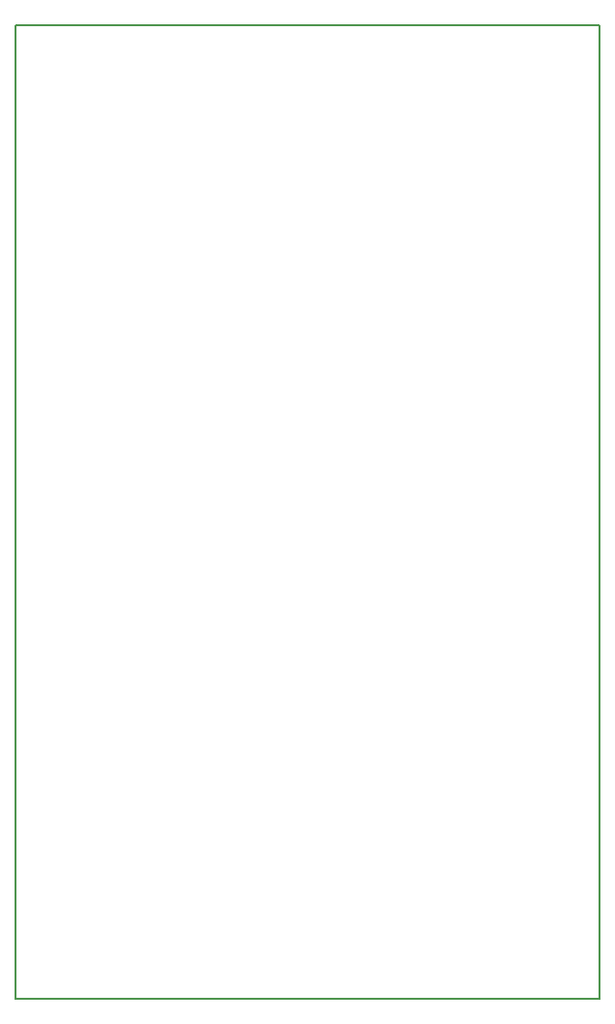
<source format=gbr>
%TF.GenerationSoftware,KiCad,Pcbnew,9.0.2*%
%TF.CreationDate,2025-11-02T21:23:42+09:00*%
%TF.ProjectId,kicad2026_2,6b696361-6432-4303-9236-5f322e6b6963,rev?*%
%TF.SameCoordinates,Original*%
%TF.FileFunction,Profile,NP*%
%FSLAX46Y46*%
G04 Gerber Fmt 4.6, Leading zero omitted, Abs format (unit mm)*
G04 Created by KiCad (PCBNEW 9.0.2) date 2025-11-02 21:23:42*
%MOMM*%
%LPD*%
G01*
G04 APERTURE LIST*
%TA.AperFunction,Profile*%
%ADD10C,0.200000*%
%TD*%
G04 APERTURE END LIST*
D10*
X105410000Y-76708000D02*
X105410000Y-161708000D01*
X156420000Y-76708000D02*
X105410000Y-76708000D01*
X105410000Y-161708000D02*
X156420000Y-161708000D01*
X156420000Y-161708000D02*
X156420000Y-76708000D01*
M02*

</source>
